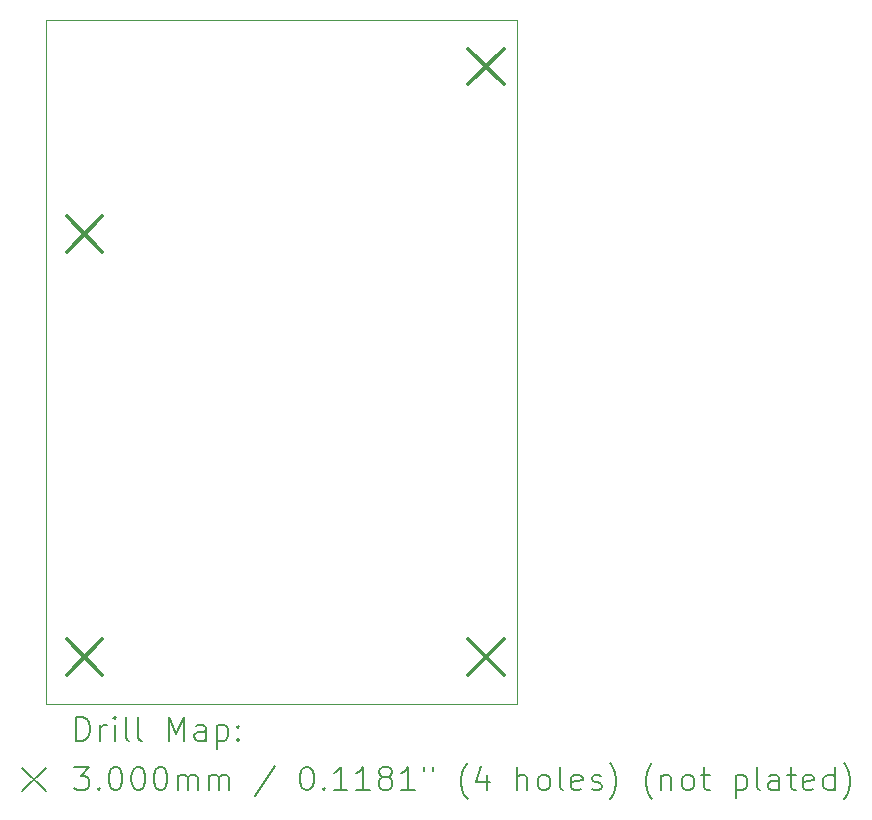
<source format=gbr>
%TF.GenerationSoftware,KiCad,Pcbnew,9.0.1*%
%TF.CreationDate,2025-06-04T13:38:35-07:00*%
%TF.ProjectId,mp153-devboard,6d703135-332d-4646-9576-626f6172642e,rev?*%
%TF.SameCoordinates,PXb487a00PY650eff0*%
%TF.FileFunction,Drillmap*%
%TF.FilePolarity,Positive*%
%FSLAX45Y45*%
G04 Gerber Fmt 4.5, Leading zero omitted, Abs format (unit mm)*
G04 Created by KiCad (PCBNEW 9.0.1) date 2025-06-04 13:38:35*
%MOMM*%
%LPD*%
G01*
G04 APERTURE LIST*
%ADD10C,0.050000*%
%ADD11C,0.200000*%
%ADD12C,0.300000*%
G04 APERTURE END LIST*
D10*
X0Y5726920D02*
X3990340Y5726920D01*
X3990340Y-60000D01*
X0Y-60000D01*
X0Y5726920D01*
D11*
D12*
X175080Y4067000D02*
X475080Y3767000D01*
X475080Y4067000D02*
X175080Y3767000D01*
X175080Y485760D02*
X475080Y185760D01*
X475080Y485760D02*
X175080Y185760D01*
X3575080Y5485760D02*
X3875080Y5185760D01*
X3875080Y5485760D02*
X3575080Y5185760D01*
X3575080Y485760D02*
X3875080Y185760D01*
X3875080Y485760D02*
X3575080Y185760D01*
D11*
X258277Y-373984D02*
X258277Y-173984D01*
X258277Y-173984D02*
X305896Y-173984D01*
X305896Y-173984D02*
X334467Y-183508D01*
X334467Y-183508D02*
X353515Y-202555D01*
X353515Y-202555D02*
X363039Y-221603D01*
X363039Y-221603D02*
X372562Y-259698D01*
X372562Y-259698D02*
X372562Y-288270D01*
X372562Y-288270D02*
X363039Y-326365D01*
X363039Y-326365D02*
X353515Y-345412D01*
X353515Y-345412D02*
X334467Y-364460D01*
X334467Y-364460D02*
X305896Y-373984D01*
X305896Y-373984D02*
X258277Y-373984D01*
X458277Y-373984D02*
X458277Y-240650D01*
X458277Y-278746D02*
X467801Y-259698D01*
X467801Y-259698D02*
X477324Y-250174D01*
X477324Y-250174D02*
X496372Y-240650D01*
X496372Y-240650D02*
X515420Y-240650D01*
X582086Y-373984D02*
X582086Y-240650D01*
X582086Y-173984D02*
X572563Y-183508D01*
X572563Y-183508D02*
X582086Y-193031D01*
X582086Y-193031D02*
X591610Y-183508D01*
X591610Y-183508D02*
X582086Y-173984D01*
X582086Y-173984D02*
X582086Y-193031D01*
X705896Y-373984D02*
X686848Y-364460D01*
X686848Y-364460D02*
X677324Y-345412D01*
X677324Y-345412D02*
X677324Y-173984D01*
X810658Y-373984D02*
X791610Y-364460D01*
X791610Y-364460D02*
X782086Y-345412D01*
X782086Y-345412D02*
X782086Y-173984D01*
X1039229Y-373984D02*
X1039229Y-173984D01*
X1039229Y-173984D02*
X1105896Y-316841D01*
X1105896Y-316841D02*
X1172563Y-173984D01*
X1172563Y-173984D02*
X1172563Y-373984D01*
X1353515Y-373984D02*
X1353515Y-269222D01*
X1353515Y-269222D02*
X1343991Y-250174D01*
X1343991Y-250174D02*
X1324944Y-240650D01*
X1324944Y-240650D02*
X1286848Y-240650D01*
X1286848Y-240650D02*
X1267801Y-250174D01*
X1353515Y-364460D02*
X1334467Y-373984D01*
X1334467Y-373984D02*
X1286848Y-373984D01*
X1286848Y-373984D02*
X1267801Y-364460D01*
X1267801Y-364460D02*
X1258277Y-345412D01*
X1258277Y-345412D02*
X1258277Y-326365D01*
X1258277Y-326365D02*
X1267801Y-307317D01*
X1267801Y-307317D02*
X1286848Y-297793D01*
X1286848Y-297793D02*
X1334467Y-297793D01*
X1334467Y-297793D02*
X1353515Y-288270D01*
X1448753Y-240650D02*
X1448753Y-440650D01*
X1448753Y-250174D02*
X1467801Y-240650D01*
X1467801Y-240650D02*
X1505896Y-240650D01*
X1505896Y-240650D02*
X1524943Y-250174D01*
X1524943Y-250174D02*
X1534467Y-259698D01*
X1534467Y-259698D02*
X1543991Y-278746D01*
X1543991Y-278746D02*
X1543991Y-335889D01*
X1543991Y-335889D02*
X1534467Y-354936D01*
X1534467Y-354936D02*
X1524943Y-364460D01*
X1524943Y-364460D02*
X1505896Y-373984D01*
X1505896Y-373984D02*
X1467801Y-373984D01*
X1467801Y-373984D02*
X1448753Y-364460D01*
X1629705Y-354936D02*
X1639229Y-364460D01*
X1639229Y-364460D02*
X1629705Y-373984D01*
X1629705Y-373984D02*
X1620182Y-364460D01*
X1620182Y-364460D02*
X1629705Y-354936D01*
X1629705Y-354936D02*
X1629705Y-373984D01*
X1629705Y-250174D02*
X1639229Y-259698D01*
X1639229Y-259698D02*
X1629705Y-269222D01*
X1629705Y-269222D02*
X1620182Y-259698D01*
X1620182Y-259698D02*
X1629705Y-250174D01*
X1629705Y-250174D02*
X1629705Y-269222D01*
X-202500Y-602500D02*
X-2500Y-802500D01*
X-2500Y-602500D02*
X-202500Y-802500D01*
X239229Y-593984D02*
X363039Y-593984D01*
X363039Y-593984D02*
X296372Y-670174D01*
X296372Y-670174D02*
X324944Y-670174D01*
X324944Y-670174D02*
X343991Y-679698D01*
X343991Y-679698D02*
X353515Y-689222D01*
X353515Y-689222D02*
X363039Y-708269D01*
X363039Y-708269D02*
X363039Y-755888D01*
X363039Y-755888D02*
X353515Y-774936D01*
X353515Y-774936D02*
X343991Y-784460D01*
X343991Y-784460D02*
X324944Y-793984D01*
X324944Y-793984D02*
X267801Y-793984D01*
X267801Y-793984D02*
X248753Y-784460D01*
X248753Y-784460D02*
X239229Y-774936D01*
X448753Y-774936D02*
X458277Y-784460D01*
X458277Y-784460D02*
X448753Y-793984D01*
X448753Y-793984D02*
X439229Y-784460D01*
X439229Y-784460D02*
X448753Y-774936D01*
X448753Y-774936D02*
X448753Y-793984D01*
X582086Y-593984D02*
X601134Y-593984D01*
X601134Y-593984D02*
X620182Y-603508D01*
X620182Y-603508D02*
X629705Y-613031D01*
X629705Y-613031D02*
X639229Y-632079D01*
X639229Y-632079D02*
X648753Y-670174D01*
X648753Y-670174D02*
X648753Y-717793D01*
X648753Y-717793D02*
X639229Y-755888D01*
X639229Y-755888D02*
X629705Y-774936D01*
X629705Y-774936D02*
X620182Y-784460D01*
X620182Y-784460D02*
X601134Y-793984D01*
X601134Y-793984D02*
X582086Y-793984D01*
X582086Y-793984D02*
X563039Y-784460D01*
X563039Y-784460D02*
X553515Y-774936D01*
X553515Y-774936D02*
X543991Y-755888D01*
X543991Y-755888D02*
X534467Y-717793D01*
X534467Y-717793D02*
X534467Y-670174D01*
X534467Y-670174D02*
X543991Y-632079D01*
X543991Y-632079D02*
X553515Y-613031D01*
X553515Y-613031D02*
X563039Y-603508D01*
X563039Y-603508D02*
X582086Y-593984D01*
X772562Y-593984D02*
X791610Y-593984D01*
X791610Y-593984D02*
X810658Y-603508D01*
X810658Y-603508D02*
X820182Y-613031D01*
X820182Y-613031D02*
X829705Y-632079D01*
X829705Y-632079D02*
X839229Y-670174D01*
X839229Y-670174D02*
X839229Y-717793D01*
X839229Y-717793D02*
X829705Y-755888D01*
X829705Y-755888D02*
X820182Y-774936D01*
X820182Y-774936D02*
X810658Y-784460D01*
X810658Y-784460D02*
X791610Y-793984D01*
X791610Y-793984D02*
X772562Y-793984D01*
X772562Y-793984D02*
X753515Y-784460D01*
X753515Y-784460D02*
X743991Y-774936D01*
X743991Y-774936D02*
X734467Y-755888D01*
X734467Y-755888D02*
X724943Y-717793D01*
X724943Y-717793D02*
X724943Y-670174D01*
X724943Y-670174D02*
X734467Y-632079D01*
X734467Y-632079D02*
X743991Y-613031D01*
X743991Y-613031D02*
X753515Y-603508D01*
X753515Y-603508D02*
X772562Y-593984D01*
X963039Y-593984D02*
X982086Y-593984D01*
X982086Y-593984D02*
X1001134Y-603508D01*
X1001134Y-603508D02*
X1010658Y-613031D01*
X1010658Y-613031D02*
X1020182Y-632079D01*
X1020182Y-632079D02*
X1029705Y-670174D01*
X1029705Y-670174D02*
X1029705Y-717793D01*
X1029705Y-717793D02*
X1020182Y-755888D01*
X1020182Y-755888D02*
X1010658Y-774936D01*
X1010658Y-774936D02*
X1001134Y-784460D01*
X1001134Y-784460D02*
X982086Y-793984D01*
X982086Y-793984D02*
X963039Y-793984D01*
X963039Y-793984D02*
X943991Y-784460D01*
X943991Y-784460D02*
X934467Y-774936D01*
X934467Y-774936D02*
X924943Y-755888D01*
X924943Y-755888D02*
X915420Y-717793D01*
X915420Y-717793D02*
X915420Y-670174D01*
X915420Y-670174D02*
X924943Y-632079D01*
X924943Y-632079D02*
X934467Y-613031D01*
X934467Y-613031D02*
X943991Y-603508D01*
X943991Y-603508D02*
X963039Y-593984D01*
X1115420Y-793984D02*
X1115420Y-660650D01*
X1115420Y-679698D02*
X1124944Y-670174D01*
X1124944Y-670174D02*
X1143991Y-660650D01*
X1143991Y-660650D02*
X1172563Y-660650D01*
X1172563Y-660650D02*
X1191610Y-670174D01*
X1191610Y-670174D02*
X1201134Y-689222D01*
X1201134Y-689222D02*
X1201134Y-793984D01*
X1201134Y-689222D02*
X1210658Y-670174D01*
X1210658Y-670174D02*
X1229705Y-660650D01*
X1229705Y-660650D02*
X1258277Y-660650D01*
X1258277Y-660650D02*
X1277325Y-670174D01*
X1277325Y-670174D02*
X1286848Y-689222D01*
X1286848Y-689222D02*
X1286848Y-793984D01*
X1382086Y-793984D02*
X1382086Y-660650D01*
X1382086Y-679698D02*
X1391610Y-670174D01*
X1391610Y-670174D02*
X1410658Y-660650D01*
X1410658Y-660650D02*
X1439229Y-660650D01*
X1439229Y-660650D02*
X1458277Y-670174D01*
X1458277Y-670174D02*
X1467801Y-689222D01*
X1467801Y-689222D02*
X1467801Y-793984D01*
X1467801Y-689222D02*
X1477324Y-670174D01*
X1477324Y-670174D02*
X1496372Y-660650D01*
X1496372Y-660650D02*
X1524943Y-660650D01*
X1524943Y-660650D02*
X1543991Y-670174D01*
X1543991Y-670174D02*
X1553515Y-689222D01*
X1553515Y-689222D02*
X1553515Y-793984D01*
X1943991Y-584460D02*
X1772563Y-841603D01*
X2201134Y-593984D02*
X2220182Y-593984D01*
X2220182Y-593984D02*
X2239229Y-603508D01*
X2239229Y-603508D02*
X2248753Y-613031D01*
X2248753Y-613031D02*
X2258277Y-632079D01*
X2258277Y-632079D02*
X2267801Y-670174D01*
X2267801Y-670174D02*
X2267801Y-717793D01*
X2267801Y-717793D02*
X2258277Y-755888D01*
X2258277Y-755888D02*
X2248753Y-774936D01*
X2248753Y-774936D02*
X2239229Y-784460D01*
X2239229Y-784460D02*
X2220182Y-793984D01*
X2220182Y-793984D02*
X2201134Y-793984D01*
X2201134Y-793984D02*
X2182087Y-784460D01*
X2182087Y-784460D02*
X2172563Y-774936D01*
X2172563Y-774936D02*
X2163039Y-755888D01*
X2163039Y-755888D02*
X2153515Y-717793D01*
X2153515Y-717793D02*
X2153515Y-670174D01*
X2153515Y-670174D02*
X2163039Y-632079D01*
X2163039Y-632079D02*
X2172563Y-613031D01*
X2172563Y-613031D02*
X2182087Y-603508D01*
X2182087Y-603508D02*
X2201134Y-593984D01*
X2353515Y-774936D02*
X2363039Y-784460D01*
X2363039Y-784460D02*
X2353515Y-793984D01*
X2353515Y-793984D02*
X2343991Y-784460D01*
X2343991Y-784460D02*
X2353515Y-774936D01*
X2353515Y-774936D02*
X2353515Y-793984D01*
X2553515Y-793984D02*
X2439229Y-793984D01*
X2496372Y-793984D02*
X2496372Y-593984D01*
X2496372Y-593984D02*
X2477325Y-622555D01*
X2477325Y-622555D02*
X2458277Y-641603D01*
X2458277Y-641603D02*
X2439229Y-651127D01*
X2743991Y-793984D02*
X2629706Y-793984D01*
X2686848Y-793984D02*
X2686848Y-593984D01*
X2686848Y-593984D02*
X2667801Y-622555D01*
X2667801Y-622555D02*
X2648753Y-641603D01*
X2648753Y-641603D02*
X2629706Y-651127D01*
X2858277Y-679698D02*
X2839229Y-670174D01*
X2839229Y-670174D02*
X2829706Y-660650D01*
X2829706Y-660650D02*
X2820182Y-641603D01*
X2820182Y-641603D02*
X2820182Y-632079D01*
X2820182Y-632079D02*
X2829706Y-613031D01*
X2829706Y-613031D02*
X2839229Y-603508D01*
X2839229Y-603508D02*
X2858277Y-593984D01*
X2858277Y-593984D02*
X2896372Y-593984D01*
X2896372Y-593984D02*
X2915420Y-603508D01*
X2915420Y-603508D02*
X2924944Y-613031D01*
X2924944Y-613031D02*
X2934467Y-632079D01*
X2934467Y-632079D02*
X2934467Y-641603D01*
X2934467Y-641603D02*
X2924944Y-660650D01*
X2924944Y-660650D02*
X2915420Y-670174D01*
X2915420Y-670174D02*
X2896372Y-679698D01*
X2896372Y-679698D02*
X2858277Y-679698D01*
X2858277Y-679698D02*
X2839229Y-689222D01*
X2839229Y-689222D02*
X2829706Y-698746D01*
X2829706Y-698746D02*
X2820182Y-717793D01*
X2820182Y-717793D02*
X2820182Y-755888D01*
X2820182Y-755888D02*
X2829706Y-774936D01*
X2829706Y-774936D02*
X2839229Y-784460D01*
X2839229Y-784460D02*
X2858277Y-793984D01*
X2858277Y-793984D02*
X2896372Y-793984D01*
X2896372Y-793984D02*
X2915420Y-784460D01*
X2915420Y-784460D02*
X2924944Y-774936D01*
X2924944Y-774936D02*
X2934467Y-755888D01*
X2934467Y-755888D02*
X2934467Y-717793D01*
X2934467Y-717793D02*
X2924944Y-698746D01*
X2924944Y-698746D02*
X2915420Y-689222D01*
X2915420Y-689222D02*
X2896372Y-679698D01*
X3124944Y-793984D02*
X3010658Y-793984D01*
X3067801Y-793984D02*
X3067801Y-593984D01*
X3067801Y-593984D02*
X3048753Y-622555D01*
X3048753Y-622555D02*
X3029706Y-641603D01*
X3029706Y-641603D02*
X3010658Y-651127D01*
X3201134Y-593984D02*
X3201134Y-632079D01*
X3277325Y-593984D02*
X3277325Y-632079D01*
X3572563Y-870174D02*
X3563039Y-860650D01*
X3563039Y-860650D02*
X3543991Y-832079D01*
X3543991Y-832079D02*
X3534468Y-813031D01*
X3534468Y-813031D02*
X3524944Y-784460D01*
X3524944Y-784460D02*
X3515420Y-736841D01*
X3515420Y-736841D02*
X3515420Y-698746D01*
X3515420Y-698746D02*
X3524944Y-651127D01*
X3524944Y-651127D02*
X3534468Y-622555D01*
X3534468Y-622555D02*
X3543991Y-603508D01*
X3543991Y-603508D02*
X3563039Y-574936D01*
X3563039Y-574936D02*
X3572563Y-565412D01*
X3734468Y-660650D02*
X3734468Y-793984D01*
X3686848Y-584460D02*
X3639229Y-727317D01*
X3639229Y-727317D02*
X3763039Y-727317D01*
X3991610Y-793984D02*
X3991610Y-593984D01*
X4077325Y-793984D02*
X4077325Y-689222D01*
X4077325Y-689222D02*
X4067801Y-670174D01*
X4067801Y-670174D02*
X4048753Y-660650D01*
X4048753Y-660650D02*
X4020182Y-660650D01*
X4020182Y-660650D02*
X4001134Y-670174D01*
X4001134Y-670174D02*
X3991610Y-679698D01*
X4201134Y-793984D02*
X4182087Y-784460D01*
X4182087Y-784460D02*
X4172563Y-774936D01*
X4172563Y-774936D02*
X4163039Y-755888D01*
X4163039Y-755888D02*
X4163039Y-698746D01*
X4163039Y-698746D02*
X4172563Y-679698D01*
X4172563Y-679698D02*
X4182087Y-670174D01*
X4182087Y-670174D02*
X4201134Y-660650D01*
X4201134Y-660650D02*
X4229706Y-660650D01*
X4229706Y-660650D02*
X4248753Y-670174D01*
X4248753Y-670174D02*
X4258277Y-679698D01*
X4258277Y-679698D02*
X4267801Y-698746D01*
X4267801Y-698746D02*
X4267801Y-755888D01*
X4267801Y-755888D02*
X4258277Y-774936D01*
X4258277Y-774936D02*
X4248753Y-784460D01*
X4248753Y-784460D02*
X4229706Y-793984D01*
X4229706Y-793984D02*
X4201134Y-793984D01*
X4382087Y-793984D02*
X4363039Y-784460D01*
X4363039Y-784460D02*
X4353515Y-765412D01*
X4353515Y-765412D02*
X4353515Y-593984D01*
X4534468Y-784460D02*
X4515420Y-793984D01*
X4515420Y-793984D02*
X4477325Y-793984D01*
X4477325Y-793984D02*
X4458277Y-784460D01*
X4458277Y-784460D02*
X4448753Y-765412D01*
X4448753Y-765412D02*
X4448753Y-689222D01*
X4448753Y-689222D02*
X4458277Y-670174D01*
X4458277Y-670174D02*
X4477325Y-660650D01*
X4477325Y-660650D02*
X4515420Y-660650D01*
X4515420Y-660650D02*
X4534468Y-670174D01*
X4534468Y-670174D02*
X4543992Y-689222D01*
X4543992Y-689222D02*
X4543992Y-708269D01*
X4543992Y-708269D02*
X4448753Y-727317D01*
X4620182Y-784460D02*
X4639230Y-793984D01*
X4639230Y-793984D02*
X4677325Y-793984D01*
X4677325Y-793984D02*
X4696373Y-784460D01*
X4696373Y-784460D02*
X4705896Y-765412D01*
X4705896Y-765412D02*
X4705896Y-755888D01*
X4705896Y-755888D02*
X4696373Y-736841D01*
X4696373Y-736841D02*
X4677325Y-727317D01*
X4677325Y-727317D02*
X4648753Y-727317D01*
X4648753Y-727317D02*
X4629706Y-717793D01*
X4629706Y-717793D02*
X4620182Y-698746D01*
X4620182Y-698746D02*
X4620182Y-689222D01*
X4620182Y-689222D02*
X4629706Y-670174D01*
X4629706Y-670174D02*
X4648753Y-660650D01*
X4648753Y-660650D02*
X4677325Y-660650D01*
X4677325Y-660650D02*
X4696373Y-670174D01*
X4772563Y-870174D02*
X4782087Y-860650D01*
X4782087Y-860650D02*
X4801134Y-832079D01*
X4801134Y-832079D02*
X4810658Y-813031D01*
X4810658Y-813031D02*
X4820182Y-784460D01*
X4820182Y-784460D02*
X4829706Y-736841D01*
X4829706Y-736841D02*
X4829706Y-698746D01*
X4829706Y-698746D02*
X4820182Y-651127D01*
X4820182Y-651127D02*
X4810658Y-622555D01*
X4810658Y-622555D02*
X4801134Y-603508D01*
X4801134Y-603508D02*
X4782087Y-574936D01*
X4782087Y-574936D02*
X4772563Y-565412D01*
X5134468Y-870174D02*
X5124944Y-860650D01*
X5124944Y-860650D02*
X5105896Y-832079D01*
X5105896Y-832079D02*
X5096373Y-813031D01*
X5096373Y-813031D02*
X5086849Y-784460D01*
X5086849Y-784460D02*
X5077325Y-736841D01*
X5077325Y-736841D02*
X5077325Y-698746D01*
X5077325Y-698746D02*
X5086849Y-651127D01*
X5086849Y-651127D02*
X5096373Y-622555D01*
X5096373Y-622555D02*
X5105896Y-603508D01*
X5105896Y-603508D02*
X5124944Y-574936D01*
X5124944Y-574936D02*
X5134468Y-565412D01*
X5210658Y-660650D02*
X5210658Y-793984D01*
X5210658Y-679698D02*
X5220182Y-670174D01*
X5220182Y-670174D02*
X5239230Y-660650D01*
X5239230Y-660650D02*
X5267801Y-660650D01*
X5267801Y-660650D02*
X5286849Y-670174D01*
X5286849Y-670174D02*
X5296373Y-689222D01*
X5296373Y-689222D02*
X5296373Y-793984D01*
X5420182Y-793984D02*
X5401134Y-784460D01*
X5401134Y-784460D02*
X5391611Y-774936D01*
X5391611Y-774936D02*
X5382087Y-755888D01*
X5382087Y-755888D02*
X5382087Y-698746D01*
X5382087Y-698746D02*
X5391611Y-679698D01*
X5391611Y-679698D02*
X5401134Y-670174D01*
X5401134Y-670174D02*
X5420182Y-660650D01*
X5420182Y-660650D02*
X5448754Y-660650D01*
X5448754Y-660650D02*
X5467801Y-670174D01*
X5467801Y-670174D02*
X5477325Y-679698D01*
X5477325Y-679698D02*
X5486849Y-698746D01*
X5486849Y-698746D02*
X5486849Y-755888D01*
X5486849Y-755888D02*
X5477325Y-774936D01*
X5477325Y-774936D02*
X5467801Y-784460D01*
X5467801Y-784460D02*
X5448754Y-793984D01*
X5448754Y-793984D02*
X5420182Y-793984D01*
X5543992Y-660650D02*
X5620182Y-660650D01*
X5572563Y-593984D02*
X5572563Y-765412D01*
X5572563Y-765412D02*
X5582087Y-784460D01*
X5582087Y-784460D02*
X5601134Y-793984D01*
X5601134Y-793984D02*
X5620182Y-793984D01*
X5839230Y-660650D02*
X5839230Y-860650D01*
X5839230Y-670174D02*
X5858277Y-660650D01*
X5858277Y-660650D02*
X5896373Y-660650D01*
X5896373Y-660650D02*
X5915420Y-670174D01*
X5915420Y-670174D02*
X5924944Y-679698D01*
X5924944Y-679698D02*
X5934468Y-698746D01*
X5934468Y-698746D02*
X5934468Y-755888D01*
X5934468Y-755888D02*
X5924944Y-774936D01*
X5924944Y-774936D02*
X5915420Y-784460D01*
X5915420Y-784460D02*
X5896373Y-793984D01*
X5896373Y-793984D02*
X5858277Y-793984D01*
X5858277Y-793984D02*
X5839230Y-784460D01*
X6048753Y-793984D02*
X6029706Y-784460D01*
X6029706Y-784460D02*
X6020182Y-765412D01*
X6020182Y-765412D02*
X6020182Y-593984D01*
X6210658Y-793984D02*
X6210658Y-689222D01*
X6210658Y-689222D02*
X6201134Y-670174D01*
X6201134Y-670174D02*
X6182087Y-660650D01*
X6182087Y-660650D02*
X6143992Y-660650D01*
X6143992Y-660650D02*
X6124944Y-670174D01*
X6210658Y-784460D02*
X6191611Y-793984D01*
X6191611Y-793984D02*
X6143992Y-793984D01*
X6143992Y-793984D02*
X6124944Y-784460D01*
X6124944Y-784460D02*
X6115420Y-765412D01*
X6115420Y-765412D02*
X6115420Y-746365D01*
X6115420Y-746365D02*
X6124944Y-727317D01*
X6124944Y-727317D02*
X6143992Y-717793D01*
X6143992Y-717793D02*
X6191611Y-717793D01*
X6191611Y-717793D02*
X6210658Y-708269D01*
X6277325Y-660650D02*
X6353515Y-660650D01*
X6305896Y-593984D02*
X6305896Y-765412D01*
X6305896Y-765412D02*
X6315420Y-784460D01*
X6315420Y-784460D02*
X6334468Y-793984D01*
X6334468Y-793984D02*
X6353515Y-793984D01*
X6496373Y-784460D02*
X6477325Y-793984D01*
X6477325Y-793984D02*
X6439230Y-793984D01*
X6439230Y-793984D02*
X6420182Y-784460D01*
X6420182Y-784460D02*
X6410658Y-765412D01*
X6410658Y-765412D02*
X6410658Y-689222D01*
X6410658Y-689222D02*
X6420182Y-670174D01*
X6420182Y-670174D02*
X6439230Y-660650D01*
X6439230Y-660650D02*
X6477325Y-660650D01*
X6477325Y-660650D02*
X6496373Y-670174D01*
X6496373Y-670174D02*
X6505896Y-689222D01*
X6505896Y-689222D02*
X6505896Y-708269D01*
X6505896Y-708269D02*
X6410658Y-727317D01*
X6677325Y-793984D02*
X6677325Y-593984D01*
X6677325Y-784460D02*
X6658277Y-793984D01*
X6658277Y-793984D02*
X6620182Y-793984D01*
X6620182Y-793984D02*
X6601134Y-784460D01*
X6601134Y-784460D02*
X6591611Y-774936D01*
X6591611Y-774936D02*
X6582087Y-755888D01*
X6582087Y-755888D02*
X6582087Y-698746D01*
X6582087Y-698746D02*
X6591611Y-679698D01*
X6591611Y-679698D02*
X6601134Y-670174D01*
X6601134Y-670174D02*
X6620182Y-660650D01*
X6620182Y-660650D02*
X6658277Y-660650D01*
X6658277Y-660650D02*
X6677325Y-670174D01*
X6753515Y-870174D02*
X6763039Y-860650D01*
X6763039Y-860650D02*
X6782087Y-832079D01*
X6782087Y-832079D02*
X6791611Y-813031D01*
X6791611Y-813031D02*
X6801134Y-784460D01*
X6801134Y-784460D02*
X6810658Y-736841D01*
X6810658Y-736841D02*
X6810658Y-698746D01*
X6810658Y-698746D02*
X6801134Y-651127D01*
X6801134Y-651127D02*
X6791611Y-622555D01*
X6791611Y-622555D02*
X6782087Y-603508D01*
X6782087Y-603508D02*
X6763039Y-574936D01*
X6763039Y-574936D02*
X6753515Y-565412D01*
M02*

</source>
